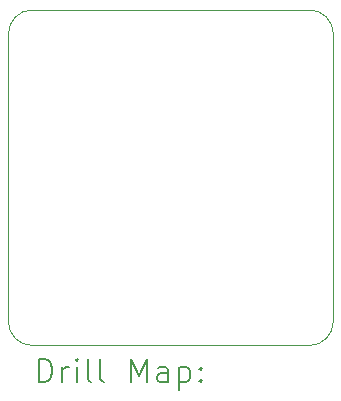
<source format=gbr>
%FSLAX45Y45*%
G04 Gerber Fmt 4.5, Leading zero omitted, Abs format (unit mm)*
G04 Created by KiCad (PCBNEW (6.0.2)) date 2022-09-28 01:57:34*
%MOMM*%
%LPD*%
G01*
G04 APERTURE LIST*
%TA.AperFunction,Profile*%
%ADD10C,0.050000*%
%TD*%
%ADD11C,0.200000*%
G04 APERTURE END LIST*
D10*
X13630000Y-9440000D02*
X13630000Y-7000000D01*
X13830000Y-6800000D02*
X16180000Y-6800000D01*
X16180000Y-9640000D02*
G75*
G03*
X16380000Y-9440000I0J200000D01*
G01*
X16380000Y-7000000D02*
G75*
G03*
X16180000Y-6800000I-200000J0D01*
G01*
X13830000Y-6800000D02*
G75*
G03*
X13630000Y-7000000I0J-200000D01*
G01*
X13630000Y-9440000D02*
G75*
G03*
X13830000Y-9640000I200000J0D01*
G01*
X16180000Y-9640000D02*
X13830000Y-9640000D01*
X16380000Y-7000000D02*
X16380000Y-9440000D01*
D11*
X13885119Y-9952976D02*
X13885119Y-9752976D01*
X13932738Y-9752976D01*
X13961309Y-9762500D01*
X13980357Y-9781548D01*
X13989881Y-9800595D01*
X13999405Y-9838690D01*
X13999405Y-9867262D01*
X13989881Y-9905357D01*
X13980357Y-9924405D01*
X13961309Y-9943452D01*
X13932738Y-9952976D01*
X13885119Y-9952976D01*
X14085119Y-9952976D02*
X14085119Y-9819643D01*
X14085119Y-9857738D02*
X14094643Y-9838690D01*
X14104167Y-9829167D01*
X14123214Y-9819643D01*
X14142262Y-9819643D01*
X14208928Y-9952976D02*
X14208928Y-9819643D01*
X14208928Y-9752976D02*
X14199405Y-9762500D01*
X14208928Y-9772024D01*
X14218452Y-9762500D01*
X14208928Y-9752976D01*
X14208928Y-9772024D01*
X14332738Y-9952976D02*
X14313690Y-9943452D01*
X14304167Y-9924405D01*
X14304167Y-9752976D01*
X14437500Y-9952976D02*
X14418452Y-9943452D01*
X14408928Y-9924405D01*
X14408928Y-9752976D01*
X14666071Y-9952976D02*
X14666071Y-9752976D01*
X14732738Y-9895833D01*
X14799405Y-9752976D01*
X14799405Y-9952976D01*
X14980357Y-9952976D02*
X14980357Y-9848214D01*
X14970833Y-9829167D01*
X14951786Y-9819643D01*
X14913690Y-9819643D01*
X14894643Y-9829167D01*
X14980357Y-9943452D02*
X14961309Y-9952976D01*
X14913690Y-9952976D01*
X14894643Y-9943452D01*
X14885119Y-9924405D01*
X14885119Y-9905357D01*
X14894643Y-9886310D01*
X14913690Y-9876786D01*
X14961309Y-9876786D01*
X14980357Y-9867262D01*
X15075595Y-9819643D02*
X15075595Y-10019643D01*
X15075595Y-9829167D02*
X15094643Y-9819643D01*
X15132738Y-9819643D01*
X15151786Y-9829167D01*
X15161309Y-9838690D01*
X15170833Y-9857738D01*
X15170833Y-9914881D01*
X15161309Y-9933929D01*
X15151786Y-9943452D01*
X15132738Y-9952976D01*
X15094643Y-9952976D01*
X15075595Y-9943452D01*
X15256548Y-9933929D02*
X15266071Y-9943452D01*
X15256548Y-9952976D01*
X15247024Y-9943452D01*
X15256548Y-9933929D01*
X15256548Y-9952976D01*
X15256548Y-9829167D02*
X15266071Y-9838690D01*
X15256548Y-9848214D01*
X15247024Y-9838690D01*
X15256548Y-9829167D01*
X15256548Y-9848214D01*
M02*

</source>
